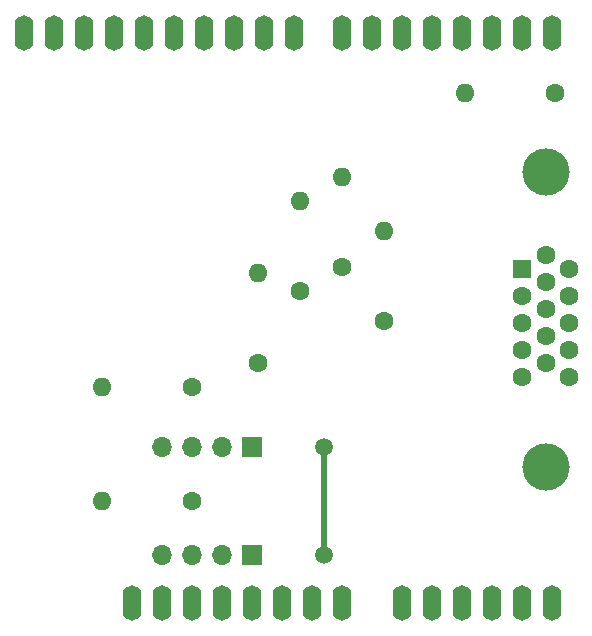
<source format=gbr>
%TF.GenerationSoftware,KiCad,Pcbnew,8.0.2-8.0.2-0~ubuntu24.04.1*%
%TF.CreationDate,2024-05-16T14:50:04-03:00*%
%TF.ProjectId,arduvga,61726475-7667-4612-9e6b-696361645f70,1*%
%TF.SameCoordinates,Original*%
%TF.FileFunction,Copper,L1,Top*%
%TF.FilePolarity,Positive*%
%FSLAX46Y46*%
G04 Gerber Fmt 4.6, Leading zero omitted, Abs format (unit mm)*
G04 Created by KiCad (PCBNEW 8.0.2-8.0.2-0~ubuntu24.04.1) date 2024-05-16 14:50:04*
%MOMM*%
%LPD*%
G01*
G04 APERTURE LIST*
%TA.AperFunction,ComponentPad*%
%ADD10C,4.000000*%
%TD*%
%TA.AperFunction,ComponentPad*%
%ADD11R,1.600000X1.600000*%
%TD*%
%TA.AperFunction,ComponentPad*%
%ADD12C,1.600000*%
%TD*%
%TA.AperFunction,ComponentPad*%
%ADD13O,1.600000X1.600000*%
%TD*%
%TA.AperFunction,ComponentPad*%
%ADD14R,1.700000X1.700000*%
%TD*%
%TA.AperFunction,ComponentPad*%
%ADD15O,1.700000X1.700000*%
%TD*%
%TA.AperFunction,ComponentPad*%
%ADD16O,1.600000X3.000000*%
%TD*%
%TA.AperFunction,ViaPad*%
%ADD17C,1.500000*%
%TD*%
%TA.AperFunction,Conductor*%
%ADD18C,0.500000*%
%TD*%
%TA.AperFunction,Conductor*%
%ADD19C,1.250000*%
%TD*%
G04 APERTURE END LIST*
D10*
%TO.P,J5,0*%
%TO.N,GND*%
X175330000Y-110416000D03*
X175330000Y-85416000D03*
D11*
%TO.P,J5,1*%
%TO.N,Net-(J5-Pad1)*%
X173280000Y-93601000D03*
D12*
%TO.P,J5,2*%
%TO.N,Net-(J5-Pad2)*%
X173280000Y-95891000D03*
%TO.P,J5,3*%
%TO.N,Net-(J5-Pad3)*%
X173280000Y-98181000D03*
%TO.P,J5,4*%
%TO.N,unconnected-(J5-Pad4)*%
X173280000Y-100471000D03*
%TO.P,J5,5*%
%TO.N,GND*%
X173280000Y-102761000D03*
%TO.P,J5,6*%
X175260000Y-92456000D03*
%TO.P,J5,7*%
X175260000Y-94746000D03*
%TO.P,J5,8*%
X175260000Y-97036000D03*
%TO.P,J5,9*%
%TO.N,unconnected-(J5-Pad9)*%
X175260000Y-99326000D03*
%TO.P,J5,10*%
%TO.N,GND*%
X175260000Y-101616000D03*
%TO.P,J5,11*%
%TO.N,unconnected-(J5-Pad11)*%
X177240000Y-93601000D03*
%TO.P,J5,12*%
%TO.N,unconnected-(J5-Pad12)*%
X177240000Y-95891000D03*
%TO.P,J5,13*%
%TO.N,Net-(J5-Pad13)*%
X177240000Y-98181000D03*
%TO.P,J5,14*%
%TO.N,Net-(J5-Pad14)*%
X177240000Y-100471000D03*
%TO.P,J5,15*%
%TO.N,unconnected-(J5-Pad15)*%
X177240000Y-102761000D03*
%TD*%
%TO.P,R5,1*%
%TO.N,Net-(A1-A2)*%
X145288000Y-113284000D03*
D13*
%TO.P,R5,2*%
%TO.N,GND*%
X137668000Y-113284000D03*
%TD*%
D12*
%TO.P,R6,1*%
%TO.N,Net-(J3-Pin_3)*%
X145288000Y-103632000D03*
D13*
%TO.P,R6,2*%
%TO.N,GND*%
X137668000Y-103632000D03*
%TD*%
D14*
%TO.P,J1,1,Pin_1*%
%TO.N,+5V*%
X150368000Y-117856000D03*
D15*
%TO.P,J1,2,Pin_2*%
%TO.N,Net-(A1-A1)*%
X147828000Y-117856000D03*
%TO.P,J1,3,Pin_3*%
%TO.N,Net-(A1-A2)*%
X145288000Y-117856000D03*
%TO.P,J1,4,Pin_4*%
%TO.N,GND*%
X142748000Y-117856000D03*
%TD*%
D12*
%TO.P,R7,1*%
%TO.N,Net-(J5-Pad3)*%
X161544000Y-98044000D03*
D13*
%TO.P,R7,2*%
%TO.N,Net-(A1-D5)*%
X161544000Y-90424000D03*
%TD*%
D14*
%TO.P,J3,1,Pin_1*%
%TO.N,+5V*%
X150368000Y-108712000D03*
D15*
%TO.P,J3,2,Pin_2*%
%TO.N,Net-(A1-A3)*%
X147828000Y-108712000D03*
%TO.P,J3,3,Pin_3*%
%TO.N,Net-(J3-Pin_3)*%
X145288000Y-108712000D03*
%TO.P,J3,4,Pin_4*%
%TO.N,GND*%
X142748000Y-108712000D03*
%TD*%
D12*
%TO.P,R2,1*%
%TO.N,Net-(J5-Pad1)*%
X157988000Y-93472000D03*
D13*
%TO.P,R2,2*%
%TO.N,Net-(A1-D6)*%
X157988000Y-85852000D03*
%TD*%
D12*
%TO.P,R3,1*%
%TO.N,Net-(J5-Pad2)*%
X154432000Y-95504000D03*
D13*
%TO.P,R3,2*%
%TO.N,Net-(A1-D7)*%
X154432000Y-87884000D03*
%TD*%
D12*
%TO.P,R4,1*%
%TO.N,Net-(J5-Pad14)*%
X150876000Y-101600000D03*
D13*
%TO.P,R4,2*%
%TO.N,Net-(A1-D9)*%
X150876000Y-93980000D03*
%TD*%
D12*
%TO.P,R1,1*%
%TO.N,Net-(J5-Pad13)*%
X176022000Y-78740000D03*
D13*
%TO.P,R1,2*%
%TO.N,Net-(A1-D3)*%
X168402000Y-78740000D03*
%TD*%
D16*
%TO.P,A1,1,NC*%
%TO.N,unconnected-(A1-NC-Pad1)*%
X140208000Y-121920000D03*
%TO.P,A1,2,IOREF*%
%TO.N,unconnected-(A1-IOREF-Pad2)*%
X142748000Y-121920000D03*
%TO.P,A1,3,~{RESET}*%
%TO.N,unconnected-(A1-~{RESET}-Pad3)*%
X145288000Y-121920000D03*
%TO.P,A1,4,3V3*%
%TO.N,unconnected-(A1-3V3-Pad4)*%
X147828000Y-121920000D03*
%TO.P,A1,5,+5V*%
%TO.N,+5V*%
X150368000Y-121920000D03*
%TO.P,A1,6,GND*%
%TO.N,GND*%
X152908000Y-121920000D03*
%TO.P,A1,7,GND*%
X155448000Y-121920000D03*
%TO.P,A1,8,VIN*%
%TO.N,unconnected-(A1-VIN-Pad8)*%
X157988000Y-121920000D03*
%TO.P,A1,9,A0*%
%TO.N,unconnected-(A1-A0-Pad9)*%
X163068000Y-121920000D03*
%TO.P,A1,10,A1*%
%TO.N,Net-(A1-A1)*%
X165608000Y-121920000D03*
%TO.P,A1,11,A2*%
%TO.N,Net-(A1-A2)*%
X168148000Y-121920000D03*
%TO.P,A1,12,A3*%
%TO.N,Net-(A1-A3)*%
X170688000Y-121920000D03*
%TO.P,A1,13,SDA/A4*%
%TO.N,Net-(J3-Pin_3)*%
X173228000Y-121920000D03*
%TO.P,A1,14,SCL/A5*%
%TO.N,unconnected-(A1-SCL{slash}A5-Pad14)*%
X175768000Y-121920000D03*
%TO.P,A1,15,D0/RX*%
%TO.N,unconnected-(A1-D0{slash}RX-Pad15)*%
X175768000Y-73660000D03*
%TO.P,A1,16,D1/TX*%
%TO.N,unconnected-(A1-D1{slash}TX-Pad16)*%
X173228000Y-73660000D03*
%TO.P,A1,17,D2*%
%TO.N,unconnected-(A1-D2-Pad17)*%
X170688000Y-73660000D03*
%TO.P,A1,18,D3*%
%TO.N,Net-(A1-D3)*%
X168148000Y-73660000D03*
%TO.P,A1,19,D4*%
%TO.N,unconnected-(A1-D4-Pad19)*%
X165608000Y-73660000D03*
%TO.P,A1,20,D5*%
%TO.N,Net-(A1-D5)*%
X163068000Y-73660000D03*
%TO.P,A1,21,D6*%
%TO.N,Net-(A1-D6)*%
X160528000Y-73660000D03*
%TO.P,A1,22,D7*%
%TO.N,Net-(A1-D7)*%
X157988000Y-73660000D03*
%TO.P,A1,23,D8*%
%TO.N,unconnected-(A1-D8-Pad23)*%
X153928000Y-73660000D03*
%TO.P,A1,24,D9*%
%TO.N,Net-(A1-D9)*%
X151388000Y-73660000D03*
%TO.P,A1,25,D10*%
%TO.N,unconnected-(A1-D10-Pad25)*%
X148848000Y-73660000D03*
%TO.P,A1,26,D11*%
%TO.N,unconnected-(A1-D11-Pad26)*%
X146308000Y-73660000D03*
%TO.P,A1,27,D12*%
%TO.N,unconnected-(A1-D12-Pad27)*%
X143768000Y-73660000D03*
%TO.P,A1,28,D13*%
%TO.N,unconnected-(A1-D13-Pad28)*%
X141228000Y-73660000D03*
%TO.P,A1,29,GND*%
%TO.N,GND*%
X138688000Y-73660000D03*
%TO.P,A1,30,AREF*%
%TO.N,unconnected-(A1-AREF-Pad30)*%
X136148000Y-73660000D03*
%TO.P,A1,31,SDA/A4*%
%TO.N,unconnected-(A1-SDA{slash}A4-Pad31)*%
X133608000Y-73660000D03*
%TO.P,A1,32,SCL/A5*%
%TO.N,unconnected-(A1-SCL{slash}A5-Pad32)*%
X131068000Y-73660000D03*
%TD*%
D17*
%TO.N,+5V*%
X156464002Y-117856000D03*
X156464000Y-108712000D03*
%TD*%
D18*
%TO.N,+5V*%
X156464000Y-108712000D02*
X156464000Y-117855998D01*
D19*
X156464000Y-117855998D02*
X156464002Y-117856000D01*
%TD*%
M02*

</source>
